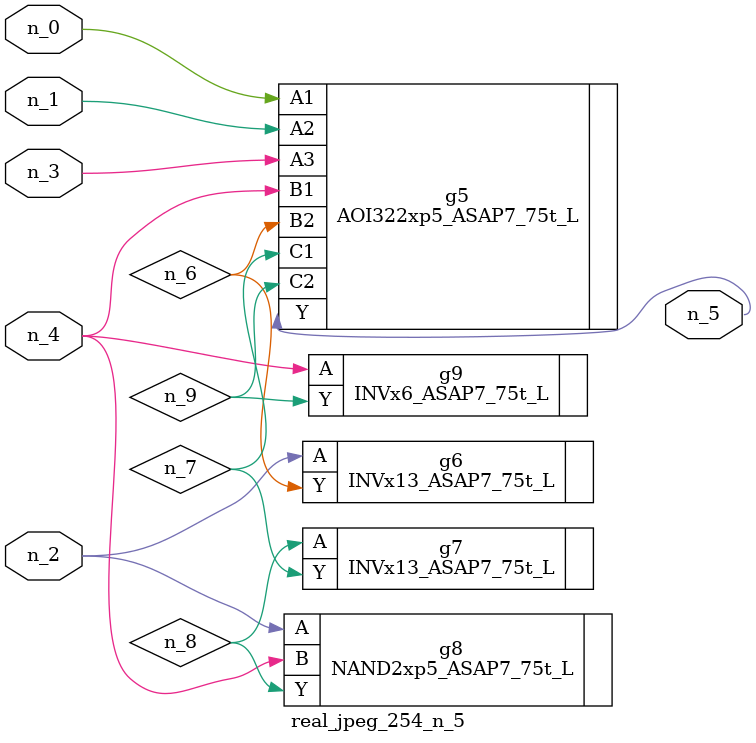
<source format=v>
module real_jpeg_254_n_5 (n_4, n_0, n_1, n_2, n_3, n_5);

input n_4;
input n_0;
input n_1;
input n_2;
input n_3;

output n_5;

wire n_8;
wire n_6;
wire n_7;
wire n_9;

AOI322xp5_ASAP7_75t_L g5 ( 
.A1(n_0),
.A2(n_1),
.A3(n_3),
.B1(n_4),
.B2(n_6),
.C1(n_7),
.C2(n_9),
.Y(n_5)
);

INVx13_ASAP7_75t_L g6 ( 
.A(n_2),
.Y(n_6)
);

NAND2xp5_ASAP7_75t_L g8 ( 
.A(n_2),
.B(n_4),
.Y(n_8)
);

INVx6_ASAP7_75t_L g9 ( 
.A(n_4),
.Y(n_9)
);

INVx13_ASAP7_75t_L g7 ( 
.A(n_8),
.Y(n_7)
);


endmodule
</source>
